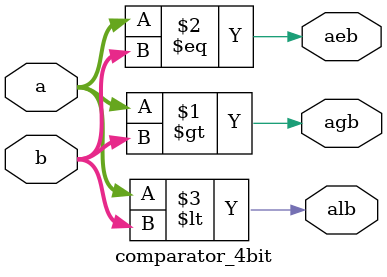
<source format=v>
module comparator_4bit(agb,aeb,alb,a,b);
input [3:0]a,b;
output agb,aeb,alb;
assign agb = (a>b);
assign aeb = (a==b);
assign alb = (a<b);
endmodule
</source>
